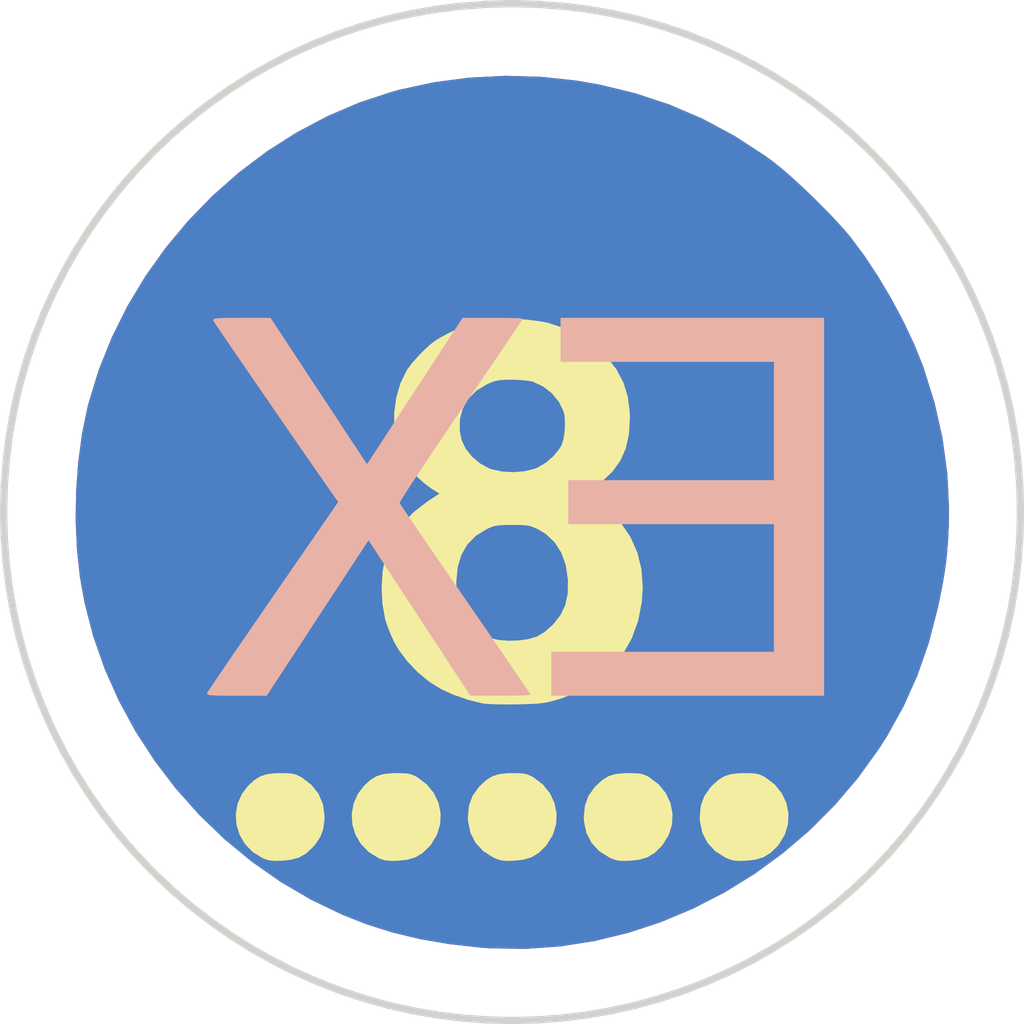
<source format=kicad_pcb>
(kicad_pcb (version 20171130) (host pcbnew 5.1.5+dfsg1-2build2)

  (general
    (thickness 1.6)
    (drawings 130)
    (tracks 0)
    (zones 0)
    (modules 4)
    (nets 1)
  )

  (page A4)
  (layers
    (0 F.Cu signal)
    (31 B.Cu signal)
    (32 B.Adhes user)
    (33 F.Adhes user)
    (34 B.Paste user)
    (35 F.Paste user)
    (36 B.SilkS user)
    (37 F.SilkS user)
    (38 B.Mask user)
    (39 F.Mask user)
    (40 Dwgs.User user)
    (41 Cmts.User user)
    (42 Eco1.User user)
    (43 Eco2.User user)
    (44 Edge.Cuts user)
    (45 Margin user)
    (46 B.CrtYd user)
    (47 F.CrtYd user)
    (48 B.Fab user)
    (49 F.Fab user)
  )

  (setup
    (last_trace_width 0.25)
    (trace_clearance 0.2)
    (zone_clearance 0.508)
    (zone_45_only no)
    (trace_min 0.2)
    (via_size 0.6)
    (via_drill 0.4)
    (via_min_size 0.4)
    (via_min_drill 0.3)
    (uvia_size 0.3)
    (uvia_drill 0.1)
    (uvias_allowed no)
    (uvia_min_size 0.2)
    (uvia_min_drill 0.1)
    (edge_width 0.15)
    (segment_width 0.2)
    (pcb_text_width 0.3)
    (pcb_text_size 1.5 1.5)
    (mod_edge_width 0.15)
    (mod_text_size 1 1)
    (mod_text_width 0.15)
    (pad_size 1.524 1.524)
    (pad_drill 0.762)
    (pad_to_mask_clearance 0.2)
    (aux_axis_origin 0 0)
    (visible_elements FFFFFF7F)
    (pcbplotparams
      (layerselection 0x010f0_ffffffff)
      (usegerberextensions false)
      (usegerberattributes false)
      (usegerberadvancedattributes false)
      (creategerberjobfile false)
      (excludeedgelayer true)
      (linewidth 0.100000)
      (plotframeref false)
      (viasonmask false)
      (mode 1)
      (useauxorigin false)
      (hpglpennumber 1)
      (hpglpenspeed 20)
      (hpglpendiameter 15.000000)
      (psnegative false)
      (psa4output false)
      (plotreference true)
      (plotvalue true)
      (plotinvisibletext false)
      (padsonsilk false)
      (subtractmaskfromsilk false)
      (outputformat 1)
      (mirror false)
      (drillshape 0)
      (scaleselection 1)
      (outputdirectory "gerbers/"))
  )

  (net 0 "")

  (net_class Default "This is the default net class."
    (clearance 0.2)
    (trace_width 0.25)
    (via_dia 0.6)
    (via_drill 0.4)
    (uvia_dia 0.3)
    (uvia_drill 0.1)
  )

  (module LOGO (layer F.Cu) (tedit 0) (tstamp 0)
    (at 0 0)
    (fp_text reference G*** (at 0 0) (layer F.SilkS) hide
      (effects (font (size 1.524 1.524) (thickness 0.3)))
    )
    (fp_text value LOGO (at 0.75 0) (layer F.SilkS) hide
      (effects (font (size 1.524 1.524) (thickness 0.3)))
    )
    (fp_poly (pts (xy -0.653666 -7.004494) (xy -0.162131 -6.951857) (xy 0.140773 -6.899218) (xy 0.632356 -6.7803)
      (xy 1.103543 -6.624376) (xy 1.555081 -6.431115) (xy 1.987714 -6.200188) (xy 2.402189 -5.931265)
      (xy 2.517121 -5.847596) (xy 2.632039 -5.756094) (xy 2.766843 -5.639358) (xy 2.91418 -5.504559)
      (xy 3.066697 -5.35887) (xy 3.217042 -5.209461) (xy 3.357863 -5.063506) (xy 3.481806 -4.928175)
      (xy 3.581519 -4.810642) (xy 3.586157 -4.804833) (xy 3.775778 -4.549418) (xy 3.963274 -4.26484)
      (xy 4.142561 -3.96199) (xy 4.307555 -3.65176) (xy 4.45217 -3.345041) (xy 4.570323 -3.052724)
      (xy 4.580125 -3.025609) (xy 4.730615 -2.544491) (xy 4.838822 -2.061537) (xy 4.904741 -1.576771)
      (xy 4.928369 -1.090217) (xy 4.924731 -0.85725) (xy 4.914848 -0.654055) (xy 4.89975 -0.467549)
      (xy 4.8778 -0.285602) (xy 4.847362 -0.096088) (xy 4.806797 0.113122) (xy 4.771477 0.277882)
      (xy 4.649815 0.744356) (xy 4.495622 1.186067) (xy 4.307054 1.607414) (xy 4.082268 2.012792)
      (xy 3.971125 2.187669) (xy 3.683055 2.587251) (xy 3.365904 2.959808) (xy 3.022156 3.3041)
      (xy 2.654298 3.618885) (xy 2.264815 3.902924) (xy 1.856194 4.154977) (xy 1.43092 4.373801)
      (xy 0.991479 4.558158) (xy 0.540358 4.706807) (xy 0.080041 4.818506) (xy -0.386985 4.892017)
      (xy -0.858235 4.926097) (xy -1.331223 4.919508) (xy -1.481666 4.908682) (xy -1.907703 4.861149)
      (xy -2.303099 4.79385) (xy -2.675558 4.704961) (xy -3.032785 4.592656) (xy -3.364929 4.462672)
      (xy -3.800305 4.253803) (xy -4.216549 4.009815) (xy -4.611722 3.733205) (xy -4.983884 3.426467)
      (xy -5.331093 3.092095) (xy -5.65141 2.732584) (xy -5.942893 2.350428) (xy -6.203602 1.948123)
      (xy -6.431597 1.528164) (xy -6.624937 1.093044) (xy -6.781682 0.645258) (xy -6.899891 0.187301)
      (xy -6.962158 -0.161807) (xy -7.003273 -0.542992) (xy -7.020364 -0.940226) (xy -7.013929 -1.343269)
      (xy -6.984464 -1.741884) (xy -6.932467 -2.12583) (xy -6.858435 -2.48487) (xy -6.847158 -2.529416)
      (xy -6.706761 -2.989062) (xy -6.52836 -3.435037) (xy -6.314157 -3.865115) (xy -6.066356 -4.277068)
      (xy -5.787161 -4.668668) (xy -5.478776 -5.037688) (xy -5.143404 -5.3819) (xy -4.78325 -5.699076)
      (xy -4.400517 -5.986988) (xy -3.997409 -6.24341) (xy -3.576129 -6.466113) (xy -3.138882 -6.652869)
      (xy -2.687871 -6.801451) (xy -2.596289 -6.82637) (xy -2.124388 -6.92893) (xy -1.639908 -6.992895)
      (xy -1.147963 -7.018128) (xy -0.653666 -7.004494)) (layer B.Cu) (width 0.01))
  )

  (module LOGO (layer F.Cu) (tedit 0) (tstamp 0)
    (at 0 0)
    (fp_text reference G*** (at 0 0) (layer F.SilkS) hide
      (effects (font (size 1.524 1.524) (thickness 0.3)))
    )
    (fp_text value LOGO (at 0.75 0) (layer F.SilkS) hide
      (effects (font (size 1.524 1.524) (thickness 0.3)))
    )
    (fp_poly (pts (xy -3.881803 -2.979208) (xy -3.769704 -2.808904) (xy -3.657291 -2.638166) (xy -3.548422 -2.472849)
      (xy -3.446952 -2.318808) (xy -3.356738 -2.181898) (xy -3.281638 -2.067975) (xy -3.225508 -1.982891)
      (xy -3.22047 -1.975261) (xy -3.036258 -1.696272) (xy -2.380671 -2.699967) (xy -1.725083 -3.703662)
      (xy -1.317625 -3.703914) (xy -1.191524 -3.703534) (xy -1.081289 -3.702326) (xy -0.993379 -3.700434)
      (xy -0.934253 -3.698) (xy -0.910368 -3.695168) (xy -0.910166 -3.694875) (xy -0.921789 -3.676298)
      (xy -0.955391 -3.625566) (xy -1.009077 -3.545482) (xy -1.080949 -3.438849) (xy -1.16911 -3.308469)
      (xy -1.271664 -3.157144) (xy -1.386713 -2.987679) (xy -1.512361 -2.802874) (xy -1.64671 -2.605532)
      (xy -1.757771 -2.442584) (xy -1.8976 -2.236953) (xy -2.029951 -2.041207) (xy -2.152944 -1.858193)
      (xy -2.264703 -1.690758) (xy -2.363351 -1.541749) (xy -2.447009 -1.414012) (xy -2.513799 -1.310396)
      (xy -2.561846 -1.233746) (xy -2.58927 -1.186909) (xy -2.595131 -1.172887) (xy -2.581718 -1.151526)
      (xy -2.546135 -1.098124) (xy -2.490285 -1.015466) (xy -2.41607 -0.906333) (xy -2.325393 -0.773508)
      (xy -2.220156 -0.619775) (xy -2.102261 -0.447915) (xy -1.973612 -0.260713) (xy -1.83611 -0.06095)
      (xy -1.69461 0.144313) (xy -1.550586 0.353251) (xy -1.413787 0.552038) (xy -1.286086 0.737931)
      (xy -1.169357 0.908185) (xy -1.065473 1.060057) (xy -0.97631 1.190805) (xy -0.90374 1.297683)
      (xy -0.849638 1.37795) (xy -0.815878 1.428861) (xy -0.804333 1.447658) (xy -0.824422 1.451581)
      (xy -0.880385 1.454914) (xy -0.965762 1.457468) (xy -1.074095 1.459056) (xy -1.198925 1.459492)
      (xy -1.211791 1.459466) (xy -1.61925 1.458432) (xy -2.317326 0.393258) (xy -3.015403 -0.671916)
      (xy -3.280695 -0.267166) (xy -3.357757 -0.149561) (xy -3.452895 -0.004318) (xy -3.561008 0.160773)
      (xy -3.676997 0.337925) (xy -3.795763 0.519349) (xy -3.912204 0.697255) (xy -3.978813 0.799042)
      (xy -4.41164 1.4605) (xy -4.822168 1.4605) (xy -4.964681 1.460147) (xy -5.069988 1.458812)
      (xy -5.143212 1.456084) (xy -5.189477 1.451551) (xy -5.213907 1.444802) (xy -5.221624 1.435425)
      (xy -5.220417 1.428503) (xy -5.206664 1.406274) (xy -5.170735 1.352024) (xy -5.114537 1.268548)
      (xy -5.039978 1.158639) (xy -4.948966 1.025093) (xy -4.843407 0.870703) (xy -4.72521 0.698263)
      (xy -4.596281 0.510568) (xy -4.45853 0.310412) (xy -4.315997 0.103682) (xy -3.423854 -1.189142)
      (xy -3.465009 -1.245446) (xy -3.498038 -1.291618) (xy -3.550638 -1.366402) (xy -3.620429 -1.466342)
      (xy -3.705031 -1.587982) (xy -3.802064 -1.727866) (xy -3.909147 -1.882539) (xy -4.023902 -2.048545)
      (xy -4.143948 -2.222428) (xy -4.266906 -2.400733) (xy -4.390394 -2.580004) (xy -4.512034 -2.756785)
      (xy -4.629446 -2.927621) (xy -4.740249 -3.089057) (xy -4.842063 -3.237635) (xy -4.932509 -3.369902)
      (xy -5.009207 -3.482401) (xy -5.069777 -3.571676) (xy -5.111838 -3.634272) (xy -5.133011 -3.666733)
      (xy -5.135048 -3.670338) (xy -5.135874 -3.682246) (xy -5.124353 -3.691011) (xy -5.095182 -3.697103)
      (xy -5.043058 -3.700992) (xy -4.962678 -3.703148) (xy -4.848741 -3.704041) (xy -4.753476 -3.704166)
      (xy -4.358923 -3.704166) (xy -3.881803 -2.979208)) (layer B.SilkS) (width 0.01))
    (fp_poly (pts (xy 3.217334 1.4605) (xy -0.508 1.4605) (xy -0.508 0.867834) (xy 2.54 0.867834)
      (xy 2.54 -0.889) (xy -0.275166 -0.889) (xy -0.275166 -1.481666) (xy 2.54 -1.481666)
      (xy 2.54 -3.1115) (xy -0.381 -3.1115) (xy -0.381 -3.704166) (xy 3.217334 -3.704166)
      (xy 3.217334 1.4605)) (layer B.SilkS) (width 0.01))
  )

  (module LOGO (layer F.Cu) (tedit 0) (tstamp 0)
    (at 0 0)
    (fp_text reference G*** (at 0 0) (layer F.SilkS) hide
      (effects (font (size 1.524 1.524) (thickness 0.3)))
    )
    (fp_text value LOGO (at 0.75 0) (layer F.SilkS) hide
      (effects (font (size 1.524 1.524) (thickness 0.3)))
    )
    (fp_poly (pts (xy -0.653666 -7.004494) (xy -0.162131 -6.951857) (xy 0.140773 -6.899218) (xy 0.632356 -6.7803)
      (xy 1.103543 -6.624376) (xy 1.555081 -6.431115) (xy 1.987714 -6.200188) (xy 2.402189 -5.931265)
      (xy 2.517121 -5.847596) (xy 2.632039 -5.756094) (xy 2.766843 -5.639358) (xy 2.91418 -5.504559)
      (xy 3.066697 -5.35887) (xy 3.217042 -5.209461) (xy 3.357863 -5.063506) (xy 3.481806 -4.928175)
      (xy 3.581519 -4.810642) (xy 3.586157 -4.804833) (xy 3.775778 -4.549418) (xy 3.963274 -4.26484)
      (xy 4.142561 -3.96199) (xy 4.307555 -3.65176) (xy 4.45217 -3.345041) (xy 4.570323 -3.052724)
      (xy 4.580125 -3.025609) (xy 4.730615 -2.544491) (xy 4.838822 -2.061537) (xy 4.904741 -1.576771)
      (xy 4.928369 -1.090217) (xy 4.924731 -0.85725) (xy 4.914848 -0.654055) (xy 4.89975 -0.467549)
      (xy 4.8778 -0.285602) (xy 4.847362 -0.096088) (xy 4.806797 0.113122) (xy 4.771477 0.277882)
      (xy 4.649815 0.744356) (xy 4.495622 1.186067) (xy 4.307054 1.607414) (xy 4.082268 2.012792)
      (xy 3.971125 2.187669) (xy 3.683055 2.587251) (xy 3.365904 2.959808) (xy 3.022156 3.3041)
      (xy 2.654298 3.618885) (xy 2.264815 3.902924) (xy 1.856194 4.154977) (xy 1.43092 4.373801)
      (xy 0.991479 4.558158) (xy 0.540358 4.706807) (xy 0.080041 4.818506) (xy -0.386985 4.892017)
      (xy -0.858235 4.926097) (xy -1.331223 4.919508) (xy -1.481666 4.908682) (xy -1.907703 4.861149)
      (xy -2.303099 4.79385) (xy -2.675558 4.704961) (xy -3.032785 4.592656) (xy -3.364929 4.462672)
      (xy -3.800305 4.253803) (xy -4.216549 4.009815) (xy -4.611722 3.733205) (xy -4.983884 3.426467)
      (xy -5.331093 3.092095) (xy -5.65141 2.732584) (xy -5.942893 2.350428) (xy -6.203602 1.948123)
      (xy -6.431597 1.528164) (xy -6.624937 1.093044) (xy -6.781682 0.645258) (xy -6.899891 0.187301)
      (xy -6.962158 -0.161807) (xy -7.003273 -0.542992) (xy -7.020364 -0.940226) (xy -7.013929 -1.343269)
      (xy -6.984464 -1.741884) (xy -6.932467 -2.12583) (xy -6.858435 -2.48487) (xy -6.847158 -2.529416)
      (xy -6.706761 -2.989062) (xy -6.52836 -3.435037) (xy -6.314157 -3.865115) (xy -6.066356 -4.277068)
      (xy -5.787161 -4.668668) (xy -5.478776 -5.037688) (xy -5.143404 -5.3819) (xy -4.78325 -5.699076)
      (xy -4.400517 -5.986988) (xy -3.997409 -6.24341) (xy -3.576129 -6.466113) (xy -3.138882 -6.652869)
      (xy -2.687871 -6.801451) (xy -2.596289 -6.82637) (xy -2.124388 -6.92893) (xy -1.639908 -6.992895)
      (xy -1.147963 -7.018128) (xy -0.653666 -7.004494)) (layer F.Cu) (width 0.01))
  )

  (module LOGO (layer F.Cu) (tedit 0) (tstamp 0)
    (at 0 0)
    (fp_text reference G*** (at 0 0) (layer F.SilkS) hide
      (effects (font (size 1.524 1.524) (thickness 0.3)))
    )
    (fp_text value LOGO (at 0.75 0) (layer F.SilkS) hide
      (effects (font (size 1.524 1.524) (thickness 0.3)))
    )
    (fp_poly (pts (xy -4.126661 2.530912) (xy -4.059409 2.536921) (xy -4.007541 2.550288) (xy -3.957607 2.573707)
      (xy -3.933485 2.587476) (xy -3.801241 2.68745) (xy -3.704359 2.809856) (xy -3.644276 2.951974)
      (xy -3.622428 3.111088) (xy -3.624249 3.172709) (xy -3.641555 3.293845) (xy -3.678649 3.394207)
      (xy -3.742708 3.490261) (xy -3.783295 3.537631) (xy -3.873901 3.622) (xy -3.97165 3.677227)
      (xy -4.088148 3.708351) (xy -4.201583 3.719234) (xy -4.298754 3.721154) (xy -4.369511 3.714899)
      (xy -4.429338 3.69833) (xy -4.466166 3.682671) (xy -4.599179 3.599789) (xy -4.703146 3.492299)
      (xy -4.776801 3.366574) (xy -4.818879 3.228989) (xy -4.828116 3.085916) (xy -4.803245 2.943729)
      (xy -4.743002 2.808802) (xy -4.6608 2.702248) (xy -4.574841 2.623069) (xy -4.490811 2.571374)
      (xy -4.396049 2.54217) (xy -4.277891 2.530467) (xy -4.22275 2.529569) (xy -4.126661 2.530912)) (layer F.SilkS) (width 0.01))
    (fp_poly (pts (xy -2.539161 2.530912) (xy -2.471909 2.536921) (xy -2.420041 2.550288) (xy -2.370107 2.573707)
      (xy -2.345985 2.587476) (xy -2.218597 2.684397) (xy -2.123189 2.802844) (xy -2.060841 2.936568)
      (xy -2.03263 3.079317) (xy -2.039637 3.224842) (xy -2.08294 3.36689) (xy -2.163618 3.499213)
      (xy -2.184334 3.523961) (xy -2.276163 3.613306) (xy -2.37227 3.672039) (xy -2.484791 3.705675)
      (xy -2.614083 3.719234) (xy -2.711254 3.721154) (xy -2.782011 3.714899) (xy -2.841838 3.69833)
      (xy -2.878666 3.682671) (xy -3.011679 3.599789) (xy -3.115646 3.492299) (xy -3.189301 3.366574)
      (xy -3.231379 3.228989) (xy -3.240616 3.085916) (xy -3.215745 2.943729) (xy -3.155502 2.808802)
      (xy -3.0733 2.702248) (xy -2.987341 2.623069) (xy -2.903311 2.571374) (xy -2.808549 2.54217)
      (xy -2.690391 2.530467) (xy -2.63525 2.529569) (xy -2.539161 2.530912)) (layer F.SilkS) (width 0.01))
    (fp_poly (pts (xy -0.951661 2.530912) (xy -0.884409 2.536921) (xy -0.832541 2.550288) (xy -0.782607 2.573707)
      (xy -0.758485 2.587476) (xy -0.631097 2.684397) (xy -0.535689 2.802844) (xy -0.473341 2.936568)
      (xy -0.44513 3.079317) (xy -0.452137 3.224842) (xy -0.49544 3.36689) (xy -0.576118 3.499213)
      (xy -0.596834 3.523961) (xy -0.688681 3.613292) (xy -0.78491 3.672072) (xy -0.897642 3.705815)
      (xy -1.026583 3.7195) (xy -1.1202 3.721825) (xy -1.187881 3.716528) (xy -1.245708 3.701113)
      (xy -1.302193 3.676732) (xy -1.440396 3.589464) (xy -1.545066 3.476921) (xy -1.614674 3.341539)
      (xy -1.647693 3.185754) (xy -1.650328 3.122084) (xy -1.635158 2.969944) (xy -1.587822 2.839844)
      (xy -1.504708 2.722571) (xy -1.4858 2.702248) (xy -1.399841 2.623069) (xy -1.315811 2.571374)
      (xy -1.221049 2.54217) (xy -1.102891 2.530467) (xy -1.04775 2.529569) (xy -0.951661 2.530912)) (layer F.SilkS) (width 0.01))
    (fp_poly (pts (xy 0.635839 2.530912) (xy 0.703091 2.536921) (xy 0.754959 2.550288) (xy 0.804893 2.573707)
      (xy 0.829015 2.587476) (xy 0.956403 2.684397) (xy 1.051811 2.802844) (xy 1.114159 2.936568)
      (xy 1.14237 3.079317) (xy 1.135363 3.224842) (xy 1.09206 3.36689) (xy 1.011382 3.499213)
      (xy 0.990666 3.523961) (xy 0.898819 3.613292) (xy 0.80259 3.672072) (xy 0.689858 3.705815)
      (xy 0.560917 3.7195) (xy 0.4673 3.721825) (xy 0.399619 3.716528) (xy 0.341792 3.701113)
      (xy 0.285307 3.676732) (xy 0.147104 3.589464) (xy 0.042434 3.476921) (xy -0.027174 3.341539)
      (xy -0.060193 3.185754) (xy -0.062828 3.122084) (xy -0.047658 2.969944) (xy -0.000322 2.839844)
      (xy 0.082792 2.722571) (xy 0.1017 2.702248) (xy 0.187659 2.623069) (xy 0.271689 2.571374)
      (xy 0.366451 2.54217) (xy 0.484609 2.530467) (xy 0.53975 2.529569) (xy 0.635839 2.530912)) (layer F.SilkS) (width 0.01))
    (fp_poly (pts (xy 2.223339 2.530912) (xy 2.290591 2.536921) (xy 2.342459 2.550288) (xy 2.392393 2.573707)
      (xy 2.416515 2.587476) (xy 2.543903 2.684397) (xy 2.639311 2.802844) (xy 2.701659 2.936568)
      (xy 2.72987 3.079317) (xy 2.722863 3.224842) (xy 2.67956 3.36689) (xy 2.598882 3.499213)
      (xy 2.578166 3.523961) (xy 2.486319 3.613292) (xy 2.39009 3.672072) (xy 2.277358 3.705815)
      (xy 2.148417 3.7195) (xy 2.0548 3.721825) (xy 1.987119 3.716528) (xy 1.929292 3.701113)
      (xy 1.872807 3.676732) (xy 1.734604 3.589464) (xy 1.629934 3.476921) (xy 1.560326 3.341539)
      (xy 1.527307 3.185754) (xy 1.524672 3.122084) (xy 1.539842 2.969944) (xy 1.587178 2.839844)
      (xy 1.670292 2.722571) (xy 1.6892 2.702248) (xy 1.775159 2.623069) (xy 1.859189 2.571374)
      (xy 1.953951 2.54217) (xy 2.072109 2.530467) (xy 2.12725 2.529569) (xy 2.223339 2.530912)) (layer F.SilkS) (width 0.01))
    (fp_poly (pts (xy -0.860303 -3.681329) (xy -0.64932 -3.654993) (xy -0.54845 -3.63312) (xy -0.299464 -3.550063)
      (xy -0.074506 -3.434741) (xy 0.123396 -3.288921) (xy 0.243037 -3.170951) (xy 0.376216 -2.999042)
      (xy 0.471212 -2.819443) (xy 0.53052 -2.625484) (xy 0.556638 -2.410495) (xy 0.558399 -2.328333)
      (xy 0.544712 -2.111199) (xy 0.50241 -1.922149) (xy 0.42868 -1.755705) (xy 0.320711 -1.606391)
      (xy 0.175688 -1.468728) (xy 0.079888 -1.39654) (xy -0.062473 -1.29655) (xy 0.064597 -1.218118)
      (xy 0.26729 -1.070365) (xy 0.434538 -0.899928) (xy 0.565617 -0.708339) (xy 0.659806 -0.497128)
      (xy 0.71638 -0.267829) (xy 0.734619 -0.021973) (xy 0.72228 0.176002) (xy 0.672176 0.435922)
      (xy 0.586425 0.673543) (xy 0.466102 0.88762) (xy 0.312285 1.076911) (xy 0.12605 1.24017)
      (xy -0.091524 1.376155) (xy -0.339361 1.483622) (xy -0.437992 1.515751) (xy -0.514148 1.537165)
      (xy -0.58383 1.552686) (xy -0.656941 1.563448) (xy -0.743388 1.570584) (xy -0.853074 1.575229)
      (xy -0.98425 1.578301) (xy -1.112058 1.579499) (xy -1.232958 1.578436) (xy -1.337217 1.575357)
      (xy -1.415103 1.570508) (xy -1.446535 1.566605) (xy -1.652445 1.516444) (xy -1.863482 1.441728)
      (xy -2.021416 1.369211) (xy -2.180826 1.269788) (xy -2.336527 1.14121) (xy -2.478483 0.993625)
      (xy -2.596654 0.837181) (xy -2.663867 0.719667) (xy -2.707891 0.622161) (xy -2.748165 0.520989)
      (xy -2.777744 0.433956) (xy -2.783625 0.41275) (xy -2.820421 0.204475) (xy -2.83127 -0.019028)
      (xy -2.825939 -0.101004) (xy -1.817812 -0.101004) (xy -1.816712 -0.020098) (xy -1.811168 0.082001)
      (xy -1.801928 0.156591) (xy -1.78553 0.218496) (xy -1.758509 0.282541) (xy -1.734992 0.329652)
      (xy -1.637487 0.477516) (xy -1.514527 0.592229) (xy -1.367543 0.672483) (xy -1.353184 0.677971)
      (xy -1.239426 0.705548) (xy -1.102347 0.716946) (xy -0.957536 0.712658) (xy -0.820585 0.693174)
      (xy -0.707085 0.658988) (xy -0.70357 0.657462) (xy -0.596071 0.59265) (xy -0.486181 0.493749)
      (xy -0.47639 0.483315) (xy -0.379325 0.357362) (xy -0.315877 0.222077) (xy -0.283511 0.069605)
      (xy -0.279696 -0.107911) (xy -0.28059 -0.124132) (xy -0.309413 -0.321697) (xy -0.370045 -0.49309)
      (xy -0.461754 -0.637083) (xy -0.583809 -0.752447) (xy -0.694211 -0.819142) (xy -0.752183 -0.845776)
      (xy -0.803746 -0.86301) (xy -0.860893 -0.872854) (xy -0.935615 -0.877318) (xy -1.039905 -0.878414)
      (xy -1.04775 -0.878416) (xy -1.155222 -0.877377) (xy -1.232325 -0.872978) (xy -1.290999 -0.863301)
      (xy -1.343181 -0.846428) (xy -1.397 -0.822281) (xy -1.547003 -0.729548) (xy -1.663738 -0.611719)
      (xy -1.747552 -0.468128) (xy -1.798795 -0.298112) (xy -1.817812 -0.101004) (xy -2.825939 -0.101004)
      (xy -2.81668 -0.243372) (xy -2.777157 -0.45417) (xy -2.749886 -0.545133) (xy -2.669405 -0.718166)
      (xy -2.550029 -0.885839) (xy -2.395173 -1.044171) (xy -2.208255 -1.189179) (xy -2.182624 -1.206289)
      (xy -2.035827 -1.30264) (xy -2.152609 -1.376278) (xy -2.253431 -1.450819) (xy -2.356136 -1.545412)
      (xy -2.450201 -1.648829) (xy -2.525105 -1.749838) (xy -2.559173 -1.810237) (xy -2.624033 -1.994449)
      (xy -2.652017 -2.164788) (xy -1.77122 -2.164788) (xy -1.744368 -2.032267) (xy -1.69026 -1.91619)
      (xy -1.603391 -1.806869) (xy -1.493259 -1.713529) (xy -1.369364 -1.645397) (xy -1.331759 -1.631521)
      (xy -1.189538 -1.60024) (xy -1.033614 -1.591152) (xy -0.879059 -1.603698) (xy -0.74095 -1.637316)
      (xy -0.696655 -1.655158) (xy -0.584047 -1.722446) (xy -0.479899 -1.812507) (xy -0.397424 -1.912937)
      (xy -0.368349 -1.963357) (xy -0.342072 -2.044725) (xy -0.325656 -2.150507) (xy -0.320157 -2.263711)
      (xy -0.326632 -2.367345) (xy -0.339502 -2.427109) (xy -0.404327 -2.561339) (xy -0.502398 -2.680192)
      (xy -0.625256 -2.775551) (xy -0.764442 -2.839301) (xy -0.771331 -2.841409) (xy -0.831549 -2.852952)
      (xy -0.91885 -2.861788) (xy -1.018004 -2.866558) (xy -1.058333 -2.867023) (xy -1.160374 -2.865364)
      (xy -1.235187 -2.858657) (xy -1.297815 -2.844156) (xy -1.363301 -2.819111) (xy -1.392777 -2.805932)
      (xy -1.538033 -2.718515) (xy -1.65044 -2.606435) (xy -1.728063 -2.473949) (xy -1.768968 -2.325314)
      (xy -1.77122 -2.164788) (xy -2.652017 -2.164788) (xy -2.657214 -2.196418) (xy -2.659365 -2.40657)
      (xy -2.631138 -2.615333) (xy -2.573183 -2.813133) (xy -2.48615 -2.990399) (xy -2.478118 -3.003144)
      (xy -2.420671 -3.0804) (xy -2.341989 -3.170343) (xy -2.253872 -3.260785) (xy -2.168117 -3.339539)
      (xy -2.104311 -3.38927) (xy -2.026569 -3.436717) (xy -1.9266 -3.490532) (xy -1.821714 -3.541955)
      (xy -1.729223 -3.582224) (xy -1.705035 -3.591336) (xy -1.519282 -3.642212) (xy -1.308059 -3.674477)
      (xy -1.08414 -3.68767) (xy -0.860303 -3.681329)) (layer F.SilkS) (width 0.01))
  )

  (gr_line (start 5.9113 -1.0498) (end 5.9028 -0.7046) (layer Edge.Cuts) (width 0.1))
  (gr_line (start 5.9028 -0.7046) (end 5.8774 -0.3618) (layer Edge.Cuts) (width 0.1))
  (gr_line (start 5.8774 -0.3618) (end 5.8351 -0.0219) (layer Edge.Cuts) (width 0.1))
  (gr_line (start 5.8351 -0.0219) (end 5.7764 0.3147) (layer Edge.Cuts) (width 0.1))
  (gr_line (start 5.7764 0.3147) (end 5.7014 0.647) (layer Edge.Cuts) (width 0.1))
  (gr_line (start 5.7014 0.647) (end 5.6105 0.9748) (layer Edge.Cuts) (width 0.1))
  (gr_line (start 5.6105 0.9748) (end 5.5037 1.2974) (layer Edge.Cuts) (width 0.1))
  (gr_line (start 5.5037 1.2974) (end 5.3814 1.6142) (layer Edge.Cuts) (width 0.1))
  (gr_line (start 5.3814 1.6142) (end 5.2439 1.9247) (layer Edge.Cuts) (width 0.1))
  (gr_line (start 5.2439 1.9247) (end 5.0913 2.2282) (layer Edge.Cuts) (width 0.1))
  (gr_line (start 5.0913 2.2282) (end 4.9239 2.5243) (layer Edge.Cuts) (width 0.1))
  (gr_line (start 4.9239 2.5243) (end 4.7418 2.8123) (layer Edge.Cuts) (width 0.1))
  (gr_line (start 4.7418 2.8123) (end 4.5454 3.0918) (layer Edge.Cuts) (width 0.1))
  (gr_line (start 4.5454 3.0918) (end 4.3349 3.362) (layer Edge.Cuts) (width 0.1))
  (gr_line (start 4.3349 3.362) (end 4.1105 3.6225) (layer Edge.Cuts) (width 0.1))
  (gr_line (start 4.1105 3.6225) (end 3.8725 3.8726) (layer Edge.Cuts) (width 0.1))
  (gr_line (start 3.8725 3.8726) (end 3.6223 4.1107) (layer Edge.Cuts) (width 0.1))
  (gr_line (start 3.6223 4.1107) (end 3.3619 4.335) (layer Edge.Cuts) (width 0.1))
  (gr_line (start 3.3619 4.335) (end 3.0916 4.5455) (layer Edge.Cuts) (width 0.1))
  (gr_line (start 3.0916 4.5455) (end 2.8122 4.742) (layer Edge.Cuts) (width 0.1))
  (gr_line (start 2.8122 4.742) (end 2.5241 4.924) (layer Edge.Cuts) (width 0.1))
  (gr_line (start 2.5241 4.924) (end 2.228 5.0915) (layer Edge.Cuts) (width 0.1))
  (gr_line (start 2.228 5.0915) (end 1.9245 5.2441) (layer Edge.Cuts) (width 0.1))
  (gr_line (start 1.9245 5.2441) (end 1.614 5.3816) (layer Edge.Cuts) (width 0.1))
  (gr_line (start 1.614 5.3816) (end 1.2973 5.5039) (layer Edge.Cuts) (width 0.1))
  (gr_line (start 1.2973 5.5039) (end 0.9746 5.6107) (layer Edge.Cuts) (width 0.1))
  (gr_line (start 0.9746 5.6107) (end 0.6469 5.7016) (layer Edge.Cuts) (width 0.1))
  (gr_line (start 0.6469 5.7016) (end 0.3145 5.7766) (layer Edge.Cuts) (width 0.1))
  (gr_line (start 0.3145 5.7766) (end -0.022 5.8353) (layer Edge.Cuts) (width 0.1))
  (gr_line (start -0.022 5.8353) (end -0.362 5.8775) (layer Edge.Cuts) (width 0.1))
  (gr_line (start -0.362 5.8775) (end -0.7047 5.903) (layer Edge.Cuts) (width 0.1))
  (gr_line (start -0.7047 5.903) (end -1.05 5.9115) (layer Edge.Cuts) (width 0.1))
  (gr_line (start -1.05 5.9115) (end -1.3952 5.903) (layer Edge.Cuts) (width 0.1))
  (gr_line (start -1.3952 5.903) (end -1.738 5.8775) (layer Edge.Cuts) (width 0.1))
  (gr_line (start -1.738 5.8775) (end -2.078 5.8353) (layer Edge.Cuts) (width 0.1))
  (gr_line (start -2.078 5.8353) (end -2.4144 5.7766) (layer Edge.Cuts) (width 0.1))
  (gr_line (start -2.4144 5.7766) (end -2.7468 5.7016) (layer Edge.Cuts) (width 0.1))
  (gr_line (start -2.7468 5.7016) (end -3.0746 5.6107) (layer Edge.Cuts) (width 0.1))
  (gr_line (start -3.0746 5.6107) (end -3.3972 5.5039) (layer Edge.Cuts) (width 0.1))
  (gr_line (start -3.3972 5.5039) (end -3.714 5.3816) (layer Edge.Cuts) (width 0.1))
  (gr_line (start -3.714 5.3816) (end -4.0244 5.2441) (layer Edge.Cuts) (width 0.1))
  (gr_line (start -4.0244 5.2441) (end -4.328 5.0915) (layer Edge.Cuts) (width 0.1))
  (gr_line (start -4.328 5.0915) (end -4.6241 4.924) (layer Edge.Cuts) (width 0.1))
  (gr_line (start -4.6241 4.924) (end -4.9122 4.742) (layer Edge.Cuts) (width 0.1))
  (gr_line (start -4.9122 4.742) (end -5.1915 4.5455) (layer Edge.Cuts) (width 0.1))
  (gr_line (start -5.1915 4.5455) (end -5.4618 4.335) (layer Edge.Cuts) (width 0.1))
  (gr_line (start -5.4618 4.335) (end -5.7222 4.1107) (layer Edge.Cuts) (width 0.1))
  (gr_line (start -5.7222 4.1107) (end -5.9724 3.8726) (layer Edge.Cuts) (width 0.1))
  (gr_line (start -5.9724 3.8726) (end -6.2104 3.6225) (layer Edge.Cuts) (width 0.1))
  (gr_line (start -6.2104 3.6225) (end -6.4349 3.362) (layer Edge.Cuts) (width 0.1))
  (gr_line (start -6.4349 3.362) (end -6.6453 3.0918) (layer Edge.Cuts) (width 0.1))
  (gr_line (start -6.6453 3.0918) (end -6.8417 2.8123) (layer Edge.Cuts) (width 0.1))
  (gr_line (start -6.8417 2.8123) (end -7.0238 2.5243) (layer Edge.Cuts) (width 0.1))
  (gr_line (start -7.0238 2.5243) (end -7.1912 2.2282) (layer Edge.Cuts) (width 0.1))
  (gr_line (start -7.1912 2.2282) (end -7.3438 1.9247) (layer Edge.Cuts) (width 0.1))
  (gr_line (start -7.3438 1.9247) (end -7.4814 1.6142) (layer Edge.Cuts) (width 0.1))
  (gr_line (start -7.4814 1.6142) (end -7.6036 1.2974) (layer Edge.Cuts) (width 0.1))
  (gr_line (start -7.6036 1.2974) (end -7.7104 0.9748) (layer Edge.Cuts) (width 0.1))
  (gr_line (start -7.7104 0.9748) (end -7.8014 0.647) (layer Edge.Cuts) (width 0.1))
  (gr_line (start -7.8014 0.647) (end -7.8763 0.3147) (layer Edge.Cuts) (width 0.1))
  (gr_line (start -7.8763 0.3147) (end -7.935 -0.0219) (layer Edge.Cuts) (width 0.1))
  (gr_line (start -7.935 -0.0219) (end -7.9773 -0.3618) (layer Edge.Cuts) (width 0.1))
  (gr_line (start -7.9773 -0.3618) (end -8.0028 -0.7046) (layer Edge.Cuts) (width 0.1))
  (gr_line (start -8.0028 -0.7046) (end -8.0113 -1.0498) (layer Edge.Cuts) (width 0.1))
  (gr_line (start -8.0113 -1.0498) (end -8.0023 -1.408) (layer Edge.Cuts) (width 0.1))
  (gr_line (start -8.0023 -1.408) (end -7.9754 -1.7615) (layer Edge.Cuts) (width 0.1))
  (gr_line (start -7.9754 -1.7615) (end -7.9312 -2.11) (layer Edge.Cuts) (width 0.1))
  (gr_line (start -7.9312 -2.11) (end -7.8699 -2.4527) (layer Edge.Cuts) (width 0.1))
  (gr_line (start -7.8699 -2.4527) (end -7.7922 -2.7895) (layer Edge.Cuts) (width 0.1))
  (gr_line (start -7.7922 -2.7895) (end -7.6984 -3.1199) (layer Edge.Cuts) (width 0.1))
  (gr_line (start -7.6984 -3.1199) (end -7.589 -3.4434) (layer Edge.Cuts) (width 0.1))
  (gr_line (start -7.589 -3.4434) (end -7.4643 -3.7594) (layer Edge.Cuts) (width 0.1))
  (gr_line (start -7.4643 -3.7594) (end -7.3249 -4.0679) (layer Edge.Cuts) (width 0.1))
  (gr_line (start -7.3249 -4.0679) (end -7.1711 -4.368) (layer Edge.Cuts) (width 0.1))
  (gr_line (start -7.1711 -4.368) (end -7.0035 -4.6595) (layer Edge.Cuts) (width 0.1))
  (gr_line (start -7.0035 -4.6595) (end -6.8224 -4.942) (layer Edge.Cuts) (width 0.1))
  (gr_line (start -6.8224 -4.942) (end -6.6284 -5.2149) (layer Edge.Cuts) (width 0.1))
  (gr_line (start -6.6284 -5.2149) (end -6.4217 -5.4779) (layer Edge.Cuts) (width 0.1))
  (gr_line (start -6.4217 -5.4779) (end -6.2029 -5.7305) (layer Edge.Cuts) (width 0.1))
  (gr_line (start -6.2029 -5.7305) (end -5.9724 -5.9722) (layer Edge.Cuts) (width 0.1))
  (gr_line (start -5.9724 -5.9722) (end -5.7306 -6.2027) (layer Edge.Cuts) (width 0.1))
  (gr_line (start -5.7306 -6.2027) (end -5.4781 -6.4215) (layer Edge.Cuts) (width 0.1))
  (gr_line (start -5.4781 -6.4215) (end -5.215 -6.6281) (layer Edge.Cuts) (width 0.1))
  (gr_line (start -5.215 -6.6281) (end -4.9422 -6.8222) (layer Edge.Cuts) (width 0.1))
  (gr_line (start -4.9422 -6.8222) (end -4.6597 -7.0034) (layer Edge.Cuts) (width 0.1))
  (gr_line (start -4.6597 -7.0034) (end -4.3682 -7.1709) (layer Edge.Cuts) (width 0.1))
  (gr_line (start -4.3682 -7.1709) (end -4.068 -7.3247) (layer Edge.Cuts) (width 0.1))
  (gr_line (start -4.068 -7.3247) (end -3.7597 -7.4641) (layer Edge.Cuts) (width 0.1))
  (gr_line (start -3.7597 -7.4641) (end -3.4436 -7.5888) (layer Edge.Cuts) (width 0.1))
  (gr_line (start -3.4436 -7.5888) (end -3.1201 -7.6981) (layer Edge.Cuts) (width 0.1))
  (gr_line (start -3.1201 -7.6981) (end -2.7897 -7.792) (layer Edge.Cuts) (width 0.1))
  (gr_line (start -2.7897 -7.792) (end -2.453 -7.8697) (layer Edge.Cuts) (width 0.1))
  (gr_line (start -2.453 -7.8697) (end -2.1102 -7.9309) (layer Edge.Cuts) (width 0.1))
  (gr_line (start -2.1102 -7.9309) (end -1.7617 -7.9752) (layer Edge.Cuts) (width 0.1))
  (gr_line (start -1.7617 -7.9752) (end -1.4083 -8.0021) (layer Edge.Cuts) (width 0.1))
  (gr_line (start -1.4083 -8.0021) (end -1.05 -8.0111) (layer Edge.Cuts) (width 0.1))
  (gr_line (start -1.05 -8.0111) (end -0.6917 -8.0021) (layer Edge.Cuts) (width 0.1))
  (gr_line (start -0.6917 -8.0021) (end -0.3383 -7.9752) (layer Edge.Cuts) (width 0.1))
  (gr_line (start -0.3383 -7.9752) (end 0.0102 -7.9309) (layer Edge.Cuts) (width 0.1))
  (gr_line (start 0.0102 -7.9309) (end 0.353 -7.8697) (layer Edge.Cuts) (width 0.1))
  (gr_line (start 0.353 -7.8697) (end 0.6898 -7.792) (layer Edge.Cuts) (width 0.1))
  (gr_line (start 0.6898 -7.792) (end 1.0201 -7.6981) (layer Edge.Cuts) (width 0.1))
  (gr_line (start 1.0201 -7.6981) (end 1.3436 -7.5888) (layer Edge.Cuts) (width 0.1))
  (gr_line (start 1.3436 -7.5888) (end 1.6597 -7.4641) (layer Edge.Cuts) (width 0.1))
  (gr_line (start 1.6597 -7.4641) (end 1.968 -7.3247) (layer Edge.Cuts) (width 0.1))
  (gr_line (start 1.968 -7.3247) (end 2.2682 -7.1709) (layer Edge.Cuts) (width 0.1))
  (gr_line (start 2.2682 -7.1709) (end 2.5598 -7.0034) (layer Edge.Cuts) (width 0.1))
  (gr_line (start 2.5598 -7.0034) (end 2.8422 -6.8222) (layer Edge.Cuts) (width 0.1))
  (gr_line (start 2.8422 -6.8222) (end 3.1151 -6.6281) (layer Edge.Cuts) (width 0.1))
  (gr_line (start 3.1151 -6.6281) (end 3.3781 -6.4215) (layer Edge.Cuts) (width 0.1))
  (gr_line (start 3.3781 -6.4215) (end 3.6306 -6.2027) (layer Edge.Cuts) (width 0.1))
  (gr_line (start 3.6306 -6.2027) (end 3.8725 -5.9722) (layer Edge.Cuts) (width 0.1))
  (gr_line (start 3.8725 -5.9722) (end 4.1029 -5.7305) (layer Edge.Cuts) (width 0.1))
  (gr_line (start 4.1029 -5.7305) (end 4.3218 -5.4779) (layer Edge.Cuts) (width 0.1))
  (gr_line (start 4.3218 -5.4779) (end 4.5284 -5.2149) (layer Edge.Cuts) (width 0.1))
  (gr_line (start 4.5284 -5.2149) (end 4.7225 -4.942) (layer Edge.Cuts) (width 0.1))
  (gr_line (start 4.7225 -4.942) (end 4.9035 -4.6595) (layer Edge.Cuts) (width 0.1))
  (gr_line (start 4.9035 -4.6595) (end 5.0712 -4.368) (layer Edge.Cuts) (width 0.1))
  (gr_line (start 5.0712 -4.368) (end 5.2249 -4.0679) (layer Edge.Cuts) (width 0.1))
  (gr_line (start 5.2249 -4.0679) (end 5.3643 -3.7594) (layer Edge.Cuts) (width 0.1))
  (gr_line (start 5.3643 -3.7594) (end 5.489 -3.4434) (layer Edge.Cuts) (width 0.1))
  (gr_line (start 5.489 -3.4434) (end 5.5984 -3.1199) (layer Edge.Cuts) (width 0.1))
  (gr_line (start 5.5984 -3.1199) (end 5.6922 -2.7895) (layer Edge.Cuts) (width 0.1))
  (gr_line (start 5.6922 -2.7895) (end 5.7699 -2.4527) (layer Edge.Cuts) (width 0.1))
  (gr_line (start 5.7699 -2.4527) (end 5.8312 -2.11) (layer Edge.Cuts) (width 0.1))
  (gr_line (start 5.8312 -2.11) (end 5.8754 -1.7615) (layer Edge.Cuts) (width 0.1))
  (gr_line (start 5.8754 -1.7615) (end 5.9023 -1.408) (layer Edge.Cuts) (width 0.1))
  (gr_line (start 5.9023 -1.408) (end 5.9113 -1.0498) (layer Edge.Cuts) (width 0.1))
  (gr_line (start 5.9113 -1.0498) (end 5.9113 -1.0498) (layer Edge.Cuts) (width 0.1))
  (gr_line (start 5.9113 -1.0498) (end 5.9113 -1.0498) (layer Edge.Cuts) (width 0.1))

)

</source>
